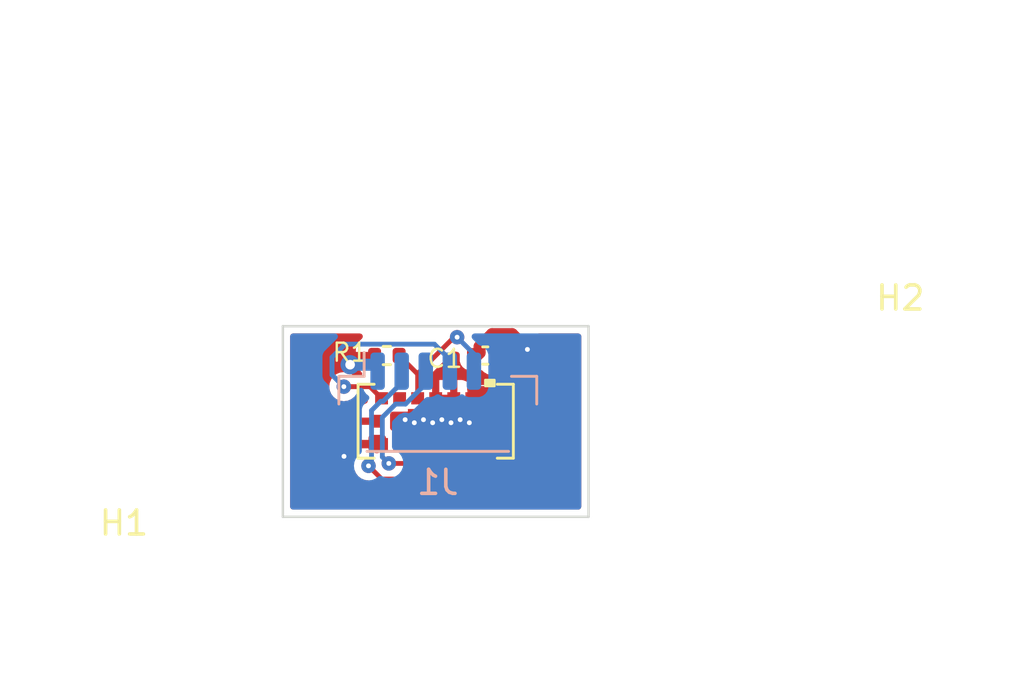
<source format=kicad_pcb>
(kicad_pcb (version 20211014) (generator pcbnew)
  (layers (0 "F.Cu" signal) (31 "B.Cu" signal) (34 "B.Paste" user) (35 "F.Paste" user) (36 "B.SilkS" user "B.Silkscreen") (37 "F.SilkS" user "F.Silkscreen") (38 "B.Mask" user) (39 "F.Mask" user) (44 "Edge.Cuts" user))
  (net 0 "")
  (net 1 "VCC")
  (net 2 "Earth")
  (net 3 "/SCL")
  (net 4 "/SDA")
  (net 5 "/RST")
  (net 7 "/INT")
  (footprint "Capacitor_SMD:C_0402_1005Metric" (layer "F.Cu") (at 126.52 25.654 180)
    (fp_text reference "C1" (at 1.679 -0.127 180) (layer "F.SilkS") (effects (font (size 0.75 0.75) (thickness 0.1))))
    (fp_text value "1u")
    (fp_line (start -0.107836 -0.36) (end 0.107836 -0.36) (layer "F.SilkS") (width 0.12))
    (fp_line (start -0.107836 0.36) (end 0.107836 0.36) (layer "F.SilkS") (width 0.12))
    (pad "1" smd roundrect (at -0.48 0 180) (size 0.56 0.62) (layers "F.Cu" "F.Paste" "F.Mask") (net 1 "VCC"))
    (pad "2" smd roundrect (at 0.48 0 180) (size 0.56 0.62) (layers "F.Cu" "F.Paste" "F.Mask") (net 2 "Earth"))
  )
  (footprint "MountingHole:MountingHole_2.2mm_M2_DIN965" (layer "F.Cu") (at 111.506 29.718 180)
    (fp_text reference "H1" (at 0 -2.9 180) (layer "F.SilkS"))
    (fp_text value "MountingHole")
    (pad "" np_thru_hole circle (at 0 0 180) (size 2.2 2.2) (drill 2.2) (layers *.Cu *.Mask))
  )
  (footprint "MountingHole:MountingHole_2.2mm_M2_DIN965" (layer "F.Cu") (at 143.764 26.162)
    (fp_text reference "H2" (at 0 -2.9) (layer "F.SilkS"))
    (fp_text value "MountingHole")
    (pad "" np_thru_hole circle (at 0 0) (size 2.2 2.2) (drill 2.2) (layers *.Cu *.Mask))
  )
  (footprint "vl53l5cx:VL53L5CX" (layer "F.Cu") (at 124.46 28.3845)
    (fp_text reference "U1" hide)
    (fp_text value "VL53L5CXV0GC/1" hide)
    (fp_line (start 3.2258 -1.5367) (end 2.557736 -1.5367) (layer "F.SilkS") (width 0.12))
    (fp_line (start -3.2258 -1.5367) (end -3.2258 1.5367) (layer "F.SilkS") (width 0.12))
    (fp_line (start 2.557736 1.5367) (end 3.2258 1.5367) (layer "F.SilkS") (width 0.12))
    (fp_line (start -2.557736 -1.5367) (end -3.2258 -1.5367) (layer "F.SilkS") (width 0.12))
    (fp_line (start 3.2258 1.5367) (end 3.2258 -1.5367) (layer "F.SilkS") (width 0.12))
    (fp_line (start -3.2258 1.5367) (end -2.557736 1.5367) (layer "F.SilkS") (width 0.12))
    (fp_poly (pts (xy 2.059501 -1.4605) (xy 2.059501 -1.7145) (xy 2.440501 -1.7145) (xy 2.440501 -1.4605)) (layer "F.SilkS") (width 0.1) (fill solid))
    (pad "A1" smd rect (at -2.250001 -0.9525) (size 0.5334 0.508) (layers "F.Cu" "F.Paste" "F.Mask") (net 5 "/RST"))
    (pad "A2" smd rect (at -1.5 -0.9525) (size 0.5334 0.508) (layers "F.Cu" "F.Paste" "F.Mask"))
    (pad "A3" smd rect (at -0.750001 -0.9525) (size 0.5334 0.508) (layers "F.Cu" "F.Paste" "F.Mask") (net 7 "/INT"))
    (pad "A4" smd rect (at 0 -0.9525) (size 0.5334 0.508) (layers "F.Cu" "F.Paste" "F.Mask") (net 1 "VCC"))
    (pad "A5" smd rect (at 0.750001 -0.9525) (size 0.5334 0.508) (layers "F.Cu" "F.Paste" "F.Mask") (net 1 "VCC"))
    (pad "A6" smd rect (at 1.5 -0.9525) (size 0.5334 0.508) (layers "F.Cu" "F.Paste" "F.Mask") (net 2 "Earth"))
    (pad "A7" smd rect (at 2.250001 -0.9525) (size 0.5334 0.508) (layers "F.Cu" "F.Paste" "F.Mask") (net 2 "Earth"))
    (pad "B1" smd rect (at -2.4511 0 90) (size 0.5334 0.508) (layers "F.Cu" "F.Paste" "F.Mask") (net 1 "VCC"))
    (pad "B4" smd rect (at 0 0) (size 2.3114 1.016) (layers "F.Cu" "F.Paste" "F.Mask") (net 2 "Earth"))
    (pad "B7" smd rect (at 2.4511 0 90) (size 0.5334 0.508) (layers "F.Cu" "F.Paste" "F.Mask") (net 1 "VCC"))
    (pad "C1" smd rect (at -2.250001 0.9525) (size 0.5334 0.508) (layers "F.Cu" "F.Paste" "F.Mask") (net 2 "Earth"))
    (pad "C2" smd rect (at -1.5 0.9525) (size 0.5334 0.508) (layers "F.Cu" "F.Paste" "F.Mask"))
    (pad "C3" smd rect (at -0.750001 0.9525) (size 0.5334 0.508) (layers "F.Cu" "F.Paste" "F.Mask") (net 4 "/SDA"))
    (pad "C4" smd rect (at 0 0.9525) (size 0.5334 0.508) (layers "F.Cu" "F.Paste" "F.Mask") (net 3 "/SCL"))
    (pad "C5" smd rect (at 0.750001 0.9525) (size 0.5334 0.508) (layers "F.Cu" "F.Paste" "F.Mask"))
    (pad "C6" smd rect (at 1.5 0.9525) (size 0.5334 0.508) (layers "F.Cu" "F.Paste" "F.Mask") (net 2 "Earth"))
    (pad "C7" smd rect (at 2.250001 0.9525) (size 0.5334 0.508) (layers "F.Cu" "F.Paste" "F.Mask") (net 2 "Earth"))
  )
  (footprint "Resistor_SMD:R_0402_1005Metric" (layer "F.Cu") (at 122.43 25.654 180)
    (fp_text reference "R1" (at 1.526 0.127) (layer "F.SilkS") (effects (font (size 0.75 0.75) (thickness 0.1))))
    (fp_text value "47k")
    (fp_line (start -0.153641 0.38) (end 0.153641 0.38) (layer "F.SilkS") (width 0.12))
    (fp_line (start -0.153641 -0.38) (end 0.153641 -0.38) (layer "F.SilkS") (width 0.12))
    (pad "1" smd roundrect (at -0.51 0 180) (size 0.54 0.64) (layers "F.Cu" "F.Paste" "F.Mask") (net 7 "/INT"))
    (pad "2" smd roundrect (at 0.51 0 180) (size 0.54 0.64) (layers "F.Cu" "F.Paste" "F.Mask") (net 1 "VCC"))
  )
  (footprint "Connector_JST:JST_SH_BM06B-SRSS-TB_1x06-1MP_P1.00mm_Vertical" (layer "B.Cu") (at 124.547 27.629)
    (fp_text reference "J1" (at 0 3.3) (layer "B.SilkS") (effects (justify mirror)))
    (fp_text value "Conn_01x06_MountingPin")
    (fp_line (start -4.11 -1.11) (end -3.06 -1.11) (layer "B.SilkS") (width 0.12))
    (fp_line (start -4.11 0.04) (end -4.11 -1.11) (layer "B.SilkS") (width 0.12))
    (fp_line (start 4.11 0.04) (end 4.11 -1.11) (layer "B.SilkS") (width 0.12))
    (fp_line (start 4.11 -1.11) (end 3.06 -1.11) (layer "B.SilkS") (width 0.12))
    (fp_line (start -2.94 2.01) (end 2.94 2.01) (layer "B.SilkS") (width 0.12))
    (fp_line (start -3.06 -1.11) (end -3.06 -2.1) (layer "B.SilkS") (width 0.12))
    (pad "1" smd roundrect (at -2.5 -1.325) (size 0.6 1.55) (layers "B.Cu" "B.Paste" "B.Mask") (net 1 "VCC"))
    (pad "2" smd roundrect (at -1.5 -1.325) (size 0.6 1.55) (layers "B.Cu" "B.Paste" "B.Mask") (net 3 "/SCL"))
    (pad "3" smd roundrect (at -0.5 -1.325) (size 0.6 1.55) (layers "B.Cu" "B.Paste" "B.Mask") (net 4 "/SDA"))
    (pad "4" smd roundrect (at 0.5 -1.325) (size 0.6 1.55) (layers "B.Cu" "B.Paste" "B.Mask") (net 5 "/RST"))
    (pad "5" smd roundrect (at 1.5 -1.325) (size 0.6 1.55) (layers "B.Cu" "B.Paste" "B.Mask") (net 7 "/INT"))
    (pad "6" smd roundrect (at 2.5 -1.325) (size 0.6 1.55) (layers "B.Cu" "B.Paste" "B.Mask") (net 2 "Earth"))
    (pad "MP" smd roundrect (at 3.8 1.2) (size 1.2 1.8) (layers "B.Cu" "B.Paste" "B.Mask") (roundrect_rratio 0.208333) (net 2 "Earth"))
    (pad "MP" smd roundrect (at -3.8 1.2) (size 1.2 1.8) (layers "B.Cu" "B.Paste" "B.Mask") (roundrect_rratio 0.208333) (net 2 "Earth"))
  )
  (gr_line (start 130.81 24.4348) (end 130.81 32.3596) (layer "Edge.Cuts") (width 0.1))
  (gr_line (start 130.81 32.3596) (end 118.11 32.3596) (layer "Edge.Cuts") (width 0.1))
  (gr_line (start 118.11 32.3596) (end 118.11 24.4348) (layer "Edge.Cuts") (width 0.1))
  (gr_line (start 118.11 24.4348) (end 130.81 24.4348) (layer "Edge.Cuts") (width 0.1))
  (via (at 120.904 26.035) (size 0.8) (drill 0.4) (layers "F.Cu" "B.Cu") (net 1))
  (segment (start 122.047 26.035) (end 120.904 26.035) (width 0.5) (layer "B.Cu") (net 1))
  (segment (start 126.283972 25.282611) (end 126.801583 24.765) (width 0.5) (layer "F.Cu") (net 2))
  (segment (start 127.635 24.765) (end 128.27 25.4) (width 0.5) (layer "F.Cu") (net 2))
  (segment (start 122.209999 29.337) (end 121.158 29.337) (width 0.35) (layer "F.Cu") (net 2))
  (segment (start 126.283972 25.537028) (end 126.283972 25.282611) (width 0.5) (layer "F.Cu") (net 2))
  (segment (start 126.801583 24.765) (end 127.635 24.765) (width 0.5) (layer "F.Cu") (net 2))
  (segment (start 121.158 29.337) (end 120.65 29.845) (width 0.35) (layer "F.Cu") (net 2))
  (segment (start 126.167 25.654) (end 126.283972 25.537028) (width 0.5) (layer "F.Cu") (net 2))
  (via (at 125.476 28.321) (size 0.6) (drill 0.2) (layers "F.Cu" "B.Cu") (net 2))
  (via (at 125.857 28.448) (size 0.6) (drill 0.2) (layers "F.Cu" "B.Cu") (net 2))
  (via (at 123.19 28.321) (size 0.6) (drill 0.2) (layers "F.Cu" "B.Cu") (net 2))
  (via (at 120.65 29.845) (size 0.6) (drill 0.2) (layers "F.Cu" "B.Cu") (net 2))
  (via (at 124.714 28.321) (size 0.6) (drill 0.2) (layers "F.Cu" "B.Cu") (net 2))
  (via (at 123.952 28.321) (size 0.6) (drill 0.2) (layers "F.Cu" "B.Cu") (net 2))
  (via (at 125.095 28.448) (size 0.6) (drill 0.2) (layers "F.Cu" "B.Cu") (net 2))
  (via (at 128.27 25.4) (size 0.6) (drill 0.2) (layers "F.Cu" "B.Cu") (net 2))
  (via (at 123.571 28.448) (size 0.6) (drill 0.2) (layers "F.Cu" "B.Cu") (net 2))
  (via (at 124.333 28.448) (size 0.6) (drill 0.2) (layers "F.Cu" "B.Cu") (net 2))
  (segment (start 122.21551 30.788936) (end 123.477785 30.788936) (width 0.2) (layer "F.Cu") (net 3))
  (segment (start 121.667683 30.241109) (end 122.21551 30.788936) (width 0.2) (layer "F.Cu") (net 3))
  (segment (start 123.477785 30.788936) (end 124.46 29.806721) (width 0.2) (layer "F.Cu") (net 3))
  (segment (start 124.46 29.806721) (end 124.46 29.337) (width 0.2) (layer "F.Cu") (net 3))
  (via (at 121.667683 30.241109) (size 0.6) (drill 0.2) (layers "F.Cu" "B.Cu") (net 3))
  (segment (start 122.273427 27.559) (end 122.174 27.559) (width 0.2) (layer "B.Cu") (net 3))
  (segment (start 123.047 26.785427) (end 122.273427 27.559) (width 0.2) (layer "B.Cu") (net 3))
  (segment (start 121.793 30.115792) (end 121.667683 30.241109) (width 0.2) (layer "B.Cu") (net 3))
  (segment (start 121.793 27.94) (end 121.793 30.115792) (width 0.2) (layer "B.Cu") (net 3))
  (segment (start 123.047 26.304) (end 123.047 26.785427) (width 0.2) (layer "B.Cu") (net 3))
  (segment (start 122.174 27.559) (end 121.793 27.94) (width 0.2) (layer "B.Cu") (net 3))
  (segment (start 123.709999 29.806723) (end 123.709999 29.337) (width 0.2) (layer "F.Cu") (net 4))
  (segment (start 122.511077 30.139425) (end 123.377297 30.139425) (width 0.2) (layer "F.Cu") (net 4))
  (segment (start 123.377297 30.139425) (end 123.709999 29.806723) (width 0.2) (layer "F.Cu") (net 4))
  (via (at 122.511077 30.139425) (size 0.6) (drill 0.2) (layers "F.Cu" "B.Cu") (net 4))
  (segment (start 124.047 26.304) (end 124.047 26.829) (width 0.2) (layer "B.Cu") (net 4))
  (segment (start 122.796656 27.671489) (end 122.24252 28.225625) (width 0.2) (layer "B.Cu") (net 4))
  (segment (start 122.24252 28.225625) (end 122.24252 29.870868) (width 0.2) (layer "B.Cu") (net 4))
  (segment (start 122.24252 29.870868) (end 122.511077 30.139425) (width 0.2) (layer "B.Cu") (net 4))
  (segment (start 124.047 26.829) (end 123.204511 27.671489) (width 0.2) (layer "B.Cu") (net 4))
  (segment (start 123.204511 27.671489) (end 122.796656 27.671489) (width 0.2) (layer "B.Cu") (net 4))
  (segment (start 120.643151 26.94797) (end 121.725969 26.94797) (width 0.2) (layer "F.Cu") (net 5))
  (segment (start 121.725969 26.94797) (end 122.209999 27.432) (width 0.2) (layer "F.Cu") (net 5))
  (via (at 120.643151 26.94797) (size 0.6) (drill 0.2) (layers "F.Cu" "B.Cu") (net 5))
  (segment (start 120.154489 25.724541) (end 120.154489 26.459307) (width 0.2) (layer "B.Cu") (net 5))
  (segment (start 120.154489 26.459307) (end 120.643151 26.94797) (width 0.2) (layer "B.Cu") (net 5))
  (segment (start 120.154489 26.459308) (end 120.643151 26.94797) (width 0.2) (layer "B.Cu") (net 5))
  (segment (start 125.047 25.822573) (end 124.403907 25.17948) (width 0.2) (layer "B.Cu") (net 5))
  (segment (start 120.69955 25.17948) (end 120.154489 25.724541) (width 0.2) (layer "B.Cu") (net 5))
  (segment (start 125.047 26.304) (end 125.047 25.822573) (width 0.2) (layer "B.Cu") (net 5))
  (segment (start 124.403907 25.17948) (end 120.69955 25.17948) (width 0.2) (layer "B.Cu") (net 5))
  (segment (start 120.154489 25.724541) (end 120.154489 26.459308) (width 0.2) (layer "B.Cu") (net 5))
  (segment (start 123.709999 26.423999) (end 123.709999 26.404001) (width 0.2) (layer "F.Cu") (net 7))
  (segment (start 125.222 24.892) (end 125.349 24.892) (width 0.2) (layer "F.Cu") (net 7))
  (segment (start 122.94 25.654) (end 123.709999 26.423999) (width 0.2) (layer "F.Cu") (net 7))
  (segment (start 123.709999 26.423999) (end 123.709999 27.432) (width 0.2) (layer "F.Cu") (net 7))
  (segment (start 123.709999 26.404001) (end 125.222 24.892) (width 0.2) (layer "F.Cu") (net 7))
  (via (at 125.349 24.892) (size 0.6) (drill 0.2) (layers "F.Cu" "B.Cu") (net 7))
  (segment (start 126.047 26.304) (end 126.047 25.59) (width 0.2) (layer "B.Cu") (net 7))
  (segment (start 126.047 25.59) (end 125.349 24.892) (width 0.2) (layer "B.Cu") (net 7))
  (zone (net 1) (net_name "VCC") (layer "F.Cu") (connect_pads (clearance 0.3)) (min_thickness 0.254) (fill yes (thermal_gap 0.508) (thermal_bridge_width 0.3))
    (polygon (pts (xy 140.462 21.844) (xy 142.494 38.862) (xy 112.776 37.592) (xy 111.76 19.558)))
  )
  (zone (net 2) (net_name "Earth") (layer "F.Cu") (connect_pads yes (clearance 0.3)) (min_thickness 0.254) (fill yes (thermal_gap 0.508) (thermal_bridge_width 0.3))
    (polygon (pts (xy 127 29.718) (xy 121.666 29.718) (xy 121.666 26.924) (xy 127 26.924)))
  )
  (zone (net 2) (net_name "Earth") (layer "B.Cu") (connect_pads yes (clearance 0.3)) (min_thickness 0.254) (fill yes (thermal_gap 0.508) (thermal_bridge_width 0.508))
    (polygon (pts (xy 139.9032 38.8112) (xy 117.7544 37.7952) (xy 112.6744 10.8712) (xy 129.6416 12.6492)))
  )
)
</source>
